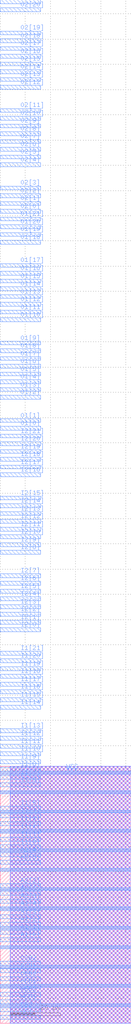
<source format=lef>
VERSION 5.6 ;
BUSBITCHARS "[]" ;
DIVIDERCHAR "/" ;

MACRO SRAM2RW32x22
  CLASS BLOCK ;
  ORIGIN 0 0 ;
  FOREIGN SRAM2RW32x22 0 0 ;
  SIZE 52.112 BY 101.76 ;
  SYMMETRY X Y ;
  SITE coreSite ;
  PIN VDD
    DIRECTION INOUT ;
    USE POWER ;
    PORT 
      LAYER M4 ;
        RECT 0.0 6.528 52.112 6.912 ;
        RECT 0.0 14.208 52.112 14.592 ;
        RECT 0.0 21.888 52.112 22.272 ;
        RECT 0.0 29.568 52.112 29.952 ;
        RECT 0.0 37.248 52.112 37.632 ;
        RECT 0.0 44.928 52.112 45.312 ;
        RECT 0.0 52.608 52.112 52.992 ;
        RECT 0.0 60.288 52.112 60.672 ;
        RECT 0.0 67.968 52.112 68.352 ;
        RECT 0.0 75.648 52.112 76.032 ;
        RECT 0.0 83.328 52.112 83.712 ;
        RECT 0.0 91.008 52.112 91.392 ;
        RECT 0.0 98.688 52.112 99.072 ;
    END 
  END VDD
  PIN VSS
    DIRECTION INOUT ;
    USE GROUND ;
    PORT 
      LAYER M4 ;
        RECT 0.0 7.296 52.112 7.68 ;
        RECT 0.0 14.976 52.112 15.36 ;
        RECT 0.0 22.656 52.112 23.04 ;
        RECT 0.0 30.336 52.112 30.72 ;
        RECT 0.0 38.016 52.112 38.4 ;
        RECT 0.0 45.696 52.112 46.08 ;
        RECT 0.0 53.376 52.112 53.76 ;
        RECT 0.0 61.056 52.112 61.44 ;
        RECT 0.0 68.736 52.112 69.12 ;
        RECT 0.0 76.416 52.112 76.8 ;
        RECT 0.0 84.096 52.112 84.48 ;
        RECT 0.0 91.776 52.112 92.16 ;
        RECT 0.0 99.456 52.112 99.84 ;
    END 
  END VSS
  PIN CE1
    DIRECTION INPUT ;
    USE SIGNAL ;
    PORT 
      LAYER M4 ;
        RECT 0.0 1.536 16.0 3.072 ;
    END 
  END CE1
  PIN CE2
    DIRECTION INPUT ;
    USE SIGNAL ;
    PORT 
      LAYER M4 ;
        RECT 0.0 4.608 16.0 6.144 ;
    END 
  END CE2
  PIN WEB1
    DIRECTION INPUT ;
    USE SIGNAL ;
    PORT 
      LAYER M4 ;
        RECT 0.0 7.68 16.0 9.216 ;
    END 
  END WEB1
  PIN WEB2
    DIRECTION INPUT ;
    USE SIGNAL ;
    PORT 
      LAYER M4 ;
        RECT 0.0 10.752 16.0 12.288 ;
    END 
  END WEB2
  PIN OEB1
    DIRECTION INPUT ;
    USE SIGNAL ;
    PORT 
      LAYER M4 ;
        RECT 0.0 13.824 16.0 15.36 ;
    END 
  END OEB1
  PIN OEB2
    DIRECTION INPUT ;
    USE SIGNAL ;
    PORT 
      LAYER M4 ;
        RECT 0.0 16.896 16.0 18.432 ;
    END 
  END OEB2
  PIN CSB1
    DIRECTION INPUT ;
    USE SIGNAL ;
    PORT 
      LAYER M4 ;
        RECT 0.0 19.968 16.0 21.504 ;
    END 
  END CSB1
  PIN CSB2
    DIRECTION INPUT ;
    USE SIGNAL ;
    PORT 
      LAYER M4 ;
        RECT 0.0 23.04 16.0 24.576 ;
    END 
  END CSB2
  PIN A1[0]
    DIRECTION INPUT ;
    USE SIGNAL ;
    PORT 
      LAYER M4 ;
        RECT 0.0 32.256 16.0 33.792 ;
    END 
  END A1[0]
  PIN A1[1]
    DIRECTION INPUT ;
    USE SIGNAL ;
    PORT 
      LAYER M4 ;
        RECT 0.0 35.328 16.0 36.864 ;
    END 
  END A1[1]
  PIN A1[2]
    DIRECTION INPUT ;
    USE SIGNAL ;
    PORT 
      LAYER M4 ;
        RECT 0.0 38.4 16.0 39.936 ;
    END 
  END A1[2]
  PIN A1[3]
    DIRECTION INPUT ;
    USE SIGNAL ;
    PORT 
      LAYER M4 ;
        RECT 0.0 41.472 16.0 43.008 ;
    END 
  END A1[3]
  PIN A1[4]
    DIRECTION INPUT ;
    USE SIGNAL ;
    PORT 
      LAYER M4 ;
        RECT 0.0 44.544 16.0 46.08 ;
    END 
  END A1[4]
  PIN A2[0]
    DIRECTION INPUT ;
    USE SIGNAL ;
    PORT 
      LAYER M4 ;
        RECT 0.0 47.616 16.0 49.152 ;
    END 
  END A2[0]
  PIN A2[1]
    DIRECTION INPUT ;
    USE SIGNAL ;
    PORT 
      LAYER M4 ;
        RECT 0.0 50.688 16.0 52.224 ;
    END 
  END A2[1]
  PIN A2[2]
    DIRECTION INPUT ;
    USE SIGNAL ;
    PORT 
      LAYER M4 ;
        RECT 0.0 53.76 16.0 55.296 ;
    END 
  END A2[2]
  PIN A2[3]
    DIRECTION INPUT ;
    USE SIGNAL ;
    PORT 
      LAYER M4 ;
        RECT 0.0 62.976 16.0 64.512 ;
    END 
  END A2[3]
  PIN A2[4]
    DIRECTION INPUT ;
    USE SIGNAL ;
    PORT 
      LAYER M4 ;
        RECT 0.0 66.048 16.0 67.584 ;
    END 
  END A2[4]
  PIN I1[0]
    DIRECTION INPUT ;
    USE SIGNAL ;
    PORT 
      LAYER M4 ;
        RECT 0.0 69.12 16.0 70.656 ;
    END 
  END I1[0]
  PIN I1[1]
    DIRECTION INPUT ;
    USE SIGNAL ;
    PORT 
      LAYER M4 ;
        RECT 0.0 72.192 16.0 73.728 ;
    END 
  END I1[1]
  PIN I1[2]
    DIRECTION INPUT ;
    USE SIGNAL ;
    PORT 
      LAYER M4 ;
        RECT 0.0 75.264 16.0 76.8 ;
    END 
  END I1[2]
  PIN I1[3]
    DIRECTION INPUT ;
    USE SIGNAL ;
    PORT 
      LAYER M4 ;
        RECT 0.0 78.336 16.0 79.872 ;
    END 
  END I1[3]
  PIN I1[4]
    DIRECTION INPUT ;
    USE SIGNAL ;
    PORT 
      LAYER M4 ;
        RECT 0.0 81.408 16.0 82.944 ;
    END 
  END I1[4]
  PIN I1[5]
    DIRECTION INPUT ;
    USE SIGNAL ;
    PORT 
      LAYER M4 ;
        RECT 0.0 84.48 16.0 86.016 ;
    END 
  END I1[5]
  PIN I1[6]
    DIRECTION INPUT ;
    USE SIGNAL ;
    PORT 
      LAYER M4 ;
        RECT 0.0 93.696 16.0 95.232 ;
    END 
  END I1[6]
  PIN I1[7]
    DIRECTION INPUT ;
    USE SIGNAL ;
    PORT 
      LAYER M4 ;
        RECT 0.0 96.768 16.0 98.304 ;
    END 
  END I1[7]
  PIN I1[8]
    DIRECTION INPUT ;
    USE SIGNAL ;
    PORT 
      LAYER M4 ;
        RECT 0.0 99.84 16.0 101.376 ;
    END 
  END I1[8]
  PIN I1[9]
    DIRECTION INPUT ;
    USE SIGNAL ;
    PORT 
      LAYER M4 ;
        RECT 0.0 102.912 16.0 104.448 ;
    END 
  END I1[9]
  PIN I1[10]
    DIRECTION INPUT ;
    USE SIGNAL ;
    PORT 
      LAYER M4 ;
        RECT 0.0 105.984 16.0 107.52 ;
    END 
  END I1[10]
  PIN I1[11]
    DIRECTION INPUT ;
    USE SIGNAL ;
    PORT 
      LAYER M4 ;
        RECT 0.0 109.056 16.0 110.592 ;
    END 
  END I1[11]
  PIN I1[12]
    DIRECTION INPUT ;
    USE SIGNAL ;
    PORT 
      LAYER M4 ;
        RECT 0.0 112.128 16.0 113.664 ;
    END 
  END I1[12]
  PIN I1[13]
    DIRECTION INPUT ;
    USE SIGNAL ;
    PORT 
      LAYER M4 ;
        RECT 0.0 115.2 16.0 116.736 ;
    END 
  END I1[13]
  PIN I1[14]
    DIRECTION INPUT ;
    USE SIGNAL ;
    PORT 
      LAYER M4 ;
        RECT 0.0 124.416 16.0 125.952 ;
    END 
  END I1[14]
  PIN I1[15]
    DIRECTION INPUT ;
    USE SIGNAL ;
    PORT 
      LAYER M4 ;
        RECT 0.0 127.488 16.0 129.024 ;
    END 
  END I1[15]
  PIN I1[16]
    DIRECTION INPUT ;
    USE SIGNAL ;
    PORT 
      LAYER M4 ;
        RECT 0.0 130.56 16.0 132.096 ;
    END 
  END I1[16]
  PIN I1[17]
    DIRECTION INPUT ;
    USE SIGNAL ;
    PORT 
      LAYER M4 ;
        RECT 0.0 133.632 16.0 135.168 ;
    END 
  END I1[17]
  PIN I1[18]
    DIRECTION INPUT ;
    USE SIGNAL ;
    PORT 
      LAYER M4 ;
        RECT 0.0 136.704 16.0 138.24 ;
    END 
  END I1[18]
  PIN I1[19]
    DIRECTION INPUT ;
    USE SIGNAL ;
    PORT 
      LAYER M4 ;
        RECT 0.0 139.776 16.0 141.312 ;
    END 
  END I1[19]
  PIN I1[20]
    DIRECTION INPUT ;
    USE SIGNAL ;
    PORT 
      LAYER M4 ;
        RECT 0.0 142.848 16.0 144.384 ;
    END 
  END I1[20]
  PIN I1[21]
    DIRECTION INPUT ;
    USE SIGNAL ;
    PORT 
      LAYER M4 ;
        RECT 0.0 145.92 16.0 147.456 ;
    END 
  END I1[21]
  PIN I2[0]
    DIRECTION INPUT ;
    USE SIGNAL ;
    PORT 
      LAYER M4 ;
        RECT 0.0 155.136 16.0 156.672 ;
    END 
  END I2[0]
  PIN I2[1]
    DIRECTION INPUT ;
    USE SIGNAL ;
    PORT 
      LAYER M4 ;
        RECT 0.0 158.208 16.0 159.744 ;
    END 
  END I2[1]
  PIN I2[2]
    DIRECTION INPUT ;
    USE SIGNAL ;
    PORT 
      LAYER M4 ;
        RECT 0.0 161.28 16.0 162.816 ;
    END 
  END I2[2]
  PIN I2[3]
    DIRECTION INPUT ;
    USE SIGNAL ;
    PORT 
      LAYER M4 ;
        RECT 0.0 164.352 16.0 165.888 ;
    END 
  END I2[3]
  PIN I2[4]
    DIRECTION INPUT ;
    USE SIGNAL ;
    PORT 
      LAYER M4 ;
        RECT 0.0 167.424 16.0 168.96 ;
    END 
  END I2[4]
  PIN I2[5]
    DIRECTION INPUT ;
    USE SIGNAL ;
    PORT 
      LAYER M4 ;
        RECT 0.0 170.496 16.0 172.032 ;
    END 
  END I2[5]
  PIN I2[6]
    DIRECTION INPUT ;
    USE SIGNAL ;
    PORT 
      LAYER M4 ;
        RECT 0.0 173.568 16.0 175.104 ;
    END 
  END I2[6]
  PIN I2[7]
    DIRECTION INPUT ;
    USE SIGNAL ;
    PORT 
      LAYER M4 ;
        RECT 0.0 176.64 16.0 178.176 ;
    END 
  END I2[7]
  PIN I2[8]
    DIRECTION INPUT ;
    USE SIGNAL ;
    PORT 
      LAYER M4 ;
        RECT 0.0 185.856 16.0 187.392 ;
    END 
  END I2[8]
  PIN I2[9]
    DIRECTION INPUT ;
    USE SIGNAL ;
    PORT 
      LAYER M4 ;
        RECT 0.0 188.928 16.0 190.464 ;
    END 
  END I2[9]
  PIN I2[10]
    DIRECTION INPUT ;
    USE SIGNAL ;
    PORT 
      LAYER M4 ;
        RECT 0.0 192.0 16.0 193.536 ;
    END 
  END I2[10]
  PIN I2[11]
    DIRECTION INPUT ;
    USE SIGNAL ;
    PORT 
      LAYER M4 ;
        RECT 0.0 195.072 16.0 196.608 ;
    END 
  END I2[11]
  PIN I2[12]
    DIRECTION INPUT ;
    USE SIGNAL ;
    PORT 
      LAYER M4 ;
        RECT 0.0 198.144 16.0 199.68 ;
    END 
  END I2[12]
  PIN I2[13]
    DIRECTION INPUT ;
    USE SIGNAL ;
    PORT 
      LAYER M4 ;
        RECT 0.0 201.216 16.0 202.752 ;
    END 
  END I2[13]
  PIN I2[14]
    DIRECTION INPUT ;
    USE SIGNAL ;
    PORT 
      LAYER M4 ;
        RECT 0.0 204.288 16.0 205.824 ;
    END 
  END I2[14]
  PIN I2[15]
    DIRECTION INPUT ;
    USE SIGNAL ;
    PORT 
      LAYER M4 ;
        RECT 0.0 207.36 16.0 208.896 ;
    END 
  END I2[15]
  PIN I2[16]
    DIRECTION INPUT ;
    USE SIGNAL ;
    PORT 
      LAYER M4 ;
        RECT 0.0 216.576 16.0 218.112 ;
    END 
  END I2[16]
  PIN I2[17]
    DIRECTION INPUT ;
    USE SIGNAL ;
    PORT 
      LAYER M4 ;
        RECT 0.0 219.648 16.0 221.184 ;
    END 
  END I2[17]
  PIN I2[18]
    DIRECTION INPUT ;
    USE SIGNAL ;
    PORT 
      LAYER M4 ;
        RECT 0.0 222.72 16.0 224.256 ;
    END 
  END I2[18]
  PIN I2[19]
    DIRECTION INPUT ;
    USE SIGNAL ;
    PORT 
      LAYER M4 ;
        RECT 0.0 225.792 16.0 227.328 ;
    END 
  END I2[19]
  PIN I2[20]
    DIRECTION INPUT ;
    USE SIGNAL ;
    PORT 
      LAYER M4 ;
        RECT 0.0 228.864 16.0 230.4 ;
    END 
  END I2[20]
  PIN I2[21]
    DIRECTION INPUT ;
    USE SIGNAL ;
    PORT 
      LAYER M4 ;
        RECT 0.0 231.936 16.0 233.472 ;
    END 
  END I2[21]
  PIN O1[0]
    DIRECTION OUTPUT ;
    USE SIGNAL ;
    PORT 
      LAYER M4 ;
        RECT 0.0 235.008 16.0 236.544 ;
    END 
  END O1[0]
  PIN O1[1]
    DIRECTION OUTPUT ;
    USE SIGNAL ;
    PORT 
      LAYER M4 ;
        RECT 0.0 238.08 16.0 239.616 ;
    END 
  END O1[1]
  PIN O1[2]
    DIRECTION OUTPUT ;
    USE SIGNAL ;
    PORT 
      LAYER M4 ;
        RECT 0.0 247.296 16.0 248.832 ;
    END 
  END O1[2]
  PIN O1[3]
    DIRECTION OUTPUT ;
    USE SIGNAL ;
    PORT 
      LAYER M4 ;
        RECT 0.0 250.368 16.0 251.904 ;
    END 
  END O1[3]
  PIN O1[4]
    DIRECTION OUTPUT ;
    USE SIGNAL ;
    PORT 
      LAYER M4 ;
        RECT 0.0 253.44 16.0 254.976 ;
    END 
  END O1[4]
  PIN O1[5]
    DIRECTION OUTPUT ;
    USE SIGNAL ;
    PORT 
      LAYER M4 ;
        RECT 0.0 256.512 16.0 258.048 ;
    END 
  END O1[5]
  PIN O1[6]
    DIRECTION OUTPUT ;
    USE SIGNAL ;
    PORT 
      LAYER M4 ;
        RECT 0.0 259.584 16.0 261.12 ;
    END 
  END O1[6]
  PIN O1[7]
    DIRECTION OUTPUT ;
    USE SIGNAL ;
    PORT 
      LAYER M4 ;
        RECT 0.0 262.656 16.0 264.192 ;
    END 
  END O1[7]
  PIN O1[8]
    DIRECTION OUTPUT ;
    USE SIGNAL ;
    PORT 
      LAYER M4 ;
        RECT 0.0 265.728 16.0 267.264 ;
    END 
  END O1[8]
  PIN O1[9]
    DIRECTION OUTPUT ;
    USE SIGNAL ;
    PORT 
      LAYER M4 ;
        RECT 0.0 268.8 16.0 270.336 ;
    END 
  END O1[9]
  PIN O1[10]
    DIRECTION OUTPUT ;
    USE SIGNAL ;
    PORT 
      LAYER M4 ;
        RECT 0.0 278.016 16.0 279.552 ;
    END 
  END O1[10]
  PIN O1[11]
    DIRECTION OUTPUT ;
    USE SIGNAL ;
    PORT 
      LAYER M4 ;
        RECT 0.0 281.088 16.0 282.624 ;
    END 
  END O1[11]
  PIN O1[12]
    DIRECTION OUTPUT ;
    USE SIGNAL ;
    PORT 
      LAYER M4 ;
        RECT 0.0 284.16 16.0 285.696 ;
    END 
  END O1[12]
  PIN O1[13]
    DIRECTION OUTPUT ;
    USE SIGNAL ;
    PORT 
      LAYER M4 ;
        RECT 0.0 287.232 16.0 288.768 ;
    END 
  END O1[13]
  PIN O1[14]
    DIRECTION OUTPUT ;
    USE SIGNAL ;
    PORT 
      LAYER M4 ;
        RECT 0.0 290.304 16.0 291.84 ;
    END 
  END O1[14]
  PIN O1[15]
    DIRECTION OUTPUT ;
    USE SIGNAL ;
    PORT 
      LAYER M4 ;
        RECT 0.0 293.376 16.0 294.912 ;
    END 
  END O1[15]
  PIN O1[16]
    DIRECTION OUTPUT ;
    USE SIGNAL ;
    PORT 
      LAYER M4 ;
        RECT 0.0 296.448 16.0 297.984 ;
    END 
  END O1[16]
  PIN O1[17]
    DIRECTION OUTPUT ;
    USE SIGNAL ;
    PORT 
      LAYER M4 ;
        RECT 0.0 299.52 16.0 301.056 ;
    END 
  END O1[17]
  PIN O1[18]
    DIRECTION OUTPUT ;
    USE SIGNAL ;
    PORT 
      LAYER M4 ;
        RECT 0.0 308.736 16.0 310.272 ;
    END 
  END O1[18]
  PIN O1[19]
    DIRECTION OUTPUT ;
    USE SIGNAL ;
    PORT 
      LAYER M4 ;
        RECT 0.0 311.808 16.0 313.344 ;
    END 
  END O1[19]
  PIN O1[20]
    DIRECTION OUTPUT ;
    USE SIGNAL ;
    PORT 
      LAYER M4 ;
        RECT 0.0 314.88 16.0 316.416 ;
    END 
  END O1[20]
  PIN O1[21]
    DIRECTION OUTPUT ;
    USE SIGNAL ;
    PORT 
      LAYER M4 ;
        RECT 0.0 317.952 16.0 319.488 ;
    END 
  END O1[21]
  PIN O2[0]
    DIRECTION OUTPUT ;
    USE SIGNAL ;
    PORT 
      LAYER M4 ;
        RECT 0.0 321.024 16.0 322.56 ;
    END 
  END O2[0]
  PIN O2[1]
    DIRECTION OUTPUT ;
    USE SIGNAL ;
    PORT 
      LAYER M4 ;
        RECT 0.0 324.096 16.0 325.632 ;
    END 
  END O2[1]
  PIN O2[2]
    DIRECTION OUTPUT ;
    USE SIGNAL ;
    PORT 
      LAYER M4 ;
        RECT 0.0 327.168 16.0 328.704 ;
    END 
  END O2[2]
  PIN O2[3]
    DIRECTION OUTPUT ;
    USE SIGNAL ;
    PORT 
      LAYER M4 ;
        RECT 0.0 330.24 16.0 331.776 ;
    END 
  END O2[3]
  PIN O2[4]
    DIRECTION OUTPUT ;
    USE SIGNAL ;
    PORT 
      LAYER M4 ;
        RECT 0.0 339.456 16.0 340.992 ;
    END 
  END O2[4]
  PIN O2[5]
    DIRECTION OUTPUT ;
    USE SIGNAL ;
    PORT 
      LAYER M4 ;
        RECT 0.0 342.528 16.0 344.064 ;
    END 
  END O2[5]
  PIN O2[6]
    DIRECTION OUTPUT ;
    USE SIGNAL ;
    PORT 
      LAYER M4 ;
        RECT 0.0 345.6 16.0 347.136 ;
    END 
  END O2[6]
  PIN O2[7]
    DIRECTION OUTPUT ;
    USE SIGNAL ;
    PORT 
      LAYER M4 ;
        RECT 0.0 348.672 16.0 350.208 ;
    END 
  END O2[7]
  PIN O2[8]
    DIRECTION OUTPUT ;
    USE SIGNAL ;
    PORT 
      LAYER M4 ;
        RECT 0.0 351.744 16.0 353.28 ;
    END 
  END O2[8]
  PIN O2[9]
    DIRECTION OUTPUT ;
    USE SIGNAL ;
    PORT 
      LAYER M4 ;
        RECT 0.0 354.816 16.0 356.352 ;
    END 
  END O2[9]
  PIN O2[10]
    DIRECTION OUTPUT ;
    USE SIGNAL ;
    PORT 
      LAYER M4 ;
        RECT 0.0 357.888 16.0 359.424 ;
    END 
  END O2[10]
  PIN O2[11]
    DIRECTION OUTPUT ;
    USE SIGNAL ;
    PORT 
      LAYER M4 ;
        RECT 0.0 360.96 16.0 362.496 ;
    END 
  END O2[11]
  PIN O2[12]
    DIRECTION OUTPUT ;
    USE SIGNAL ;
    PORT 
      LAYER M4 ;
        RECT 0.0 370.176 16.0 371.712 ;
    END 
  END O2[12]
  PIN O2[13]
    DIRECTION OUTPUT ;
    USE SIGNAL ;
    PORT 
      LAYER M4 ;
        RECT 0.0 373.248 16.0 374.784 ;
    END 
  END O2[13]
  PIN O2[14]
    DIRECTION OUTPUT ;
    USE SIGNAL ;
    PORT 
      LAYER M4 ;
        RECT 0.0 376.32 16.0 377.856 ;
    END 
  END O2[14]
  PIN O2[15]
    DIRECTION OUTPUT ;
    USE SIGNAL ;
    PORT 
      LAYER M4 ;
        RECT 0.0 379.392 16.0 380.928 ;
    END 
  END O2[15]
  PIN O2[16]
    DIRECTION OUTPUT ;
    USE SIGNAL ;
    PORT 
      LAYER M4 ;
        RECT 0.0 382.464 16.0 384.0 ;
    END 
  END O2[16]
  PIN O2[17]
    DIRECTION OUTPUT ;
    USE SIGNAL ;
    PORT 
      LAYER M4 ;
        RECT 0.0 385.536 16.0 387.072 ;
    END 
  END O2[17]
  PIN O2[18]
    DIRECTION OUTPUT ;
    USE SIGNAL ;
    PORT 
      LAYER M4 ;
        RECT 0.0 388.608 16.0 390.144 ;
    END 
  END O2[18]
  PIN O2[19]
    DIRECTION OUTPUT ;
    USE SIGNAL ;
    PORT 
      LAYER M4 ;
        RECT 0.0 391.68 16.0 393.216 ;
    END 
  END O2[19]
  PIN O2[20]
    DIRECTION OUTPUT ;
    USE SIGNAL ;
    PORT 
      LAYER M4 ;
        RECT 0.0 400.896 16.0 402.432 ;
    END 
  END O2[20]
  PIN O2[21]
    DIRECTION OUTPUT ;
    USE SIGNAL ;
    PORT 
      LAYER M4 ;
        RECT 0.0 403.968 16.0 405.504 ;
    END 
  END O2[21]
  OBS 
    LAYER M1 ;
      RECT 4.0 0.0 52.112 101.76 ;
    LAYER M2 ;
      RECT 4.0 0.0 52.112 101.76 ;
    LAYER M3 ;
      RECT 4.0 0.0 52.112 101.76 ;
  END 
END SRAM2RW32x22

END LIBRARY
</source>
